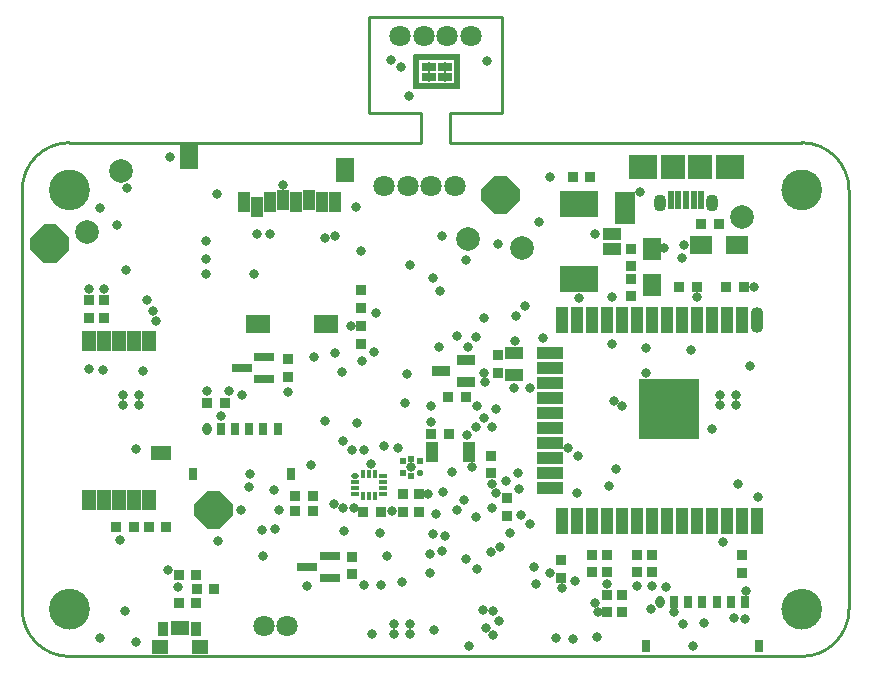
<source format=gts>
G04 Layer_Color=8388736*
%FSLAX42Y42*%
%MOMM*%
G71*
G01*
G75*
%ADD50C,0.25*%
%ADD107R,1.70X0.80*%
%ADD108R,0.90X0.90*%
%ADD109R,0.90X0.90*%
%ADD110R,1.35X1.20*%
%ADD111R,1.60X1.30*%
%ADD112R,0.90X1.30*%
%ADD113R,1.35X1.20*%
%ADD114R,2.00X1.60*%
%ADD115R,1.60X2.10*%
%ADD116R,1.00X1.70*%
%ADD117R,1.50X1.00*%
%ADD118R,1.50X1.00*%
%ADD119R,3.20X2.30*%
%ADD120R,1.20X1.80*%
%ADD121R,1.80X1.20*%
%ADD122O,0.68X0.45*%
%ADD123R,0.68X0.45*%
%ADD124R,0.45X0.68*%
%ADD125R,0.55X0.50*%
%ADD126R,0.50X0.55*%
G04:AMPARAMS|DCode=127|XSize=0.55mm|YSize=0.5mm|CornerRadius=0.18mm|HoleSize=0mm|Usage=FLASHONLY|Rotation=270.000|XOffset=0mm|YOffset=0mm|HoleType=Round|Shape=RoundedRectangle|*
%AMROUNDEDRECTD127*
21,1,0.55,0.15,0,0,270.0*
21,1,0.20,0.50,0,0,270.0*
1,1,0.35,-0.07,-0.10*
1,1,0.35,-0.07,0.10*
1,1,0.35,0.07,0.10*
1,1,0.35,0.07,-0.10*
%
%ADD127ROUNDEDRECTD127*%
%ADD128R,2.39X2.10*%
%ADD129R,2.00X2.10*%
%ADD130R,0.60X1.55*%
%ADD131R,1.50X1.10*%
%ADD132R,1.10X1.80*%
%ADD133R,1.60X1.85*%
%ADD134R,1.85X1.60*%
%ADD135R,0.80X1.05*%
%ADD136O,0.80X1.05*%
%ADD137R,5.20X5.20*%
%ADD138R,1.10X2.20*%
%ADD139R,2.20X1.10*%
%ADD140O,1.10X2.20*%
%ADD141R,1.70X2.70*%
%ADD142R,0.55X3.00*%
%ADD143R,4.00X0.55*%
%ADD144R,1.15X0.65*%
%ADD145R,1.50X0.97*%
%ADD146C,2.00*%
%ADD147C,0.80*%
%ADD148C,3.40*%
%ADD149C,1.80*%
%ADD150C,0.20*%
%ADD151O,1.10X1.45*%
G36*
X1382Y888D02*
Y788D01*
X1270Y675D01*
X1170D01*
X1057Y788D01*
Y888D01*
X1170Y1000D01*
X1270D01*
X1382Y888D01*
D02*
G37*
G36*
X-5Y3145D02*
Y3045D01*
X-117Y2933D01*
X-217D01*
X-330Y3045D01*
Y3145D01*
X-217Y3258D01*
X-117D01*
X-5Y3145D01*
D02*
G37*
G36*
X3812Y3560D02*
Y3460D01*
X3700Y3347D01*
X3600D01*
X3488Y3460D01*
Y3560D01*
X3600Y3672D01*
X3700D01*
X3812Y3560D01*
D02*
G37*
D50*
X6360Y0D02*
G03*
X6360Y0I-160J0D01*
G01*
Y3550D02*
G03*
X6360Y3550I-160J0D01*
G01*
X160D02*
G03*
X160Y3550I-160J0D01*
G01*
Y0D02*
G03*
X160Y0I-160J0D01*
G01*
X6600Y3550D02*
G03*
X6200Y3950I-400J0D01*
G01*
X0D02*
G03*
X-400Y3550I0J-400D01*
G01*
Y0D02*
G03*
X0Y-400I400J0D01*
G01*
X6200D02*
G03*
X6600Y0I0J400D01*
G01*
X5350Y3950D02*
X5600D01*
X3225D02*
X5350D01*
X5350D02*
X5350Y3950D01*
X2974Y4199D02*
X2975D01*
X2974Y4200D02*
X2974Y4199D01*
X2541Y4200D02*
X2974D01*
X2975Y3950D02*
Y4199D01*
X2975Y3950D02*
X2975Y3950D01*
X5600D02*
X6200D01*
X600Y3950D02*
X2975D01*
X0Y3950D02*
X600Y3950D01*
X6600Y0D02*
Y3550D01*
X-400Y0D02*
Y3550D01*
X0Y-400D02*
X6200D01*
X3225Y3950D02*
Y4200D01*
X2540Y4199D02*
Y5015D01*
X3660D01*
Y4200D02*
Y5015D01*
X3225Y4200D02*
X3660D01*
X2541Y4200D02*
X2541Y4200D01*
D107*
X2015Y358D02*
D03*
X2205Y453D02*
D03*
Y262D02*
D03*
X1457Y2043D02*
D03*
X1647Y2138D02*
D03*
Y1948D02*
D03*
D108*
X1850Y1970D02*
D03*
Y2120D02*
D03*
X2392Y295D02*
D03*
Y445D02*
D03*
X3573Y1301D02*
D03*
Y1151D02*
D03*
X4758Y2650D02*
D03*
Y2800D02*
D03*
X5694Y310D02*
D03*
Y460D02*
D03*
X4675Y124D02*
D03*
Y-26D02*
D03*
X4551Y124D02*
D03*
Y-26D02*
D03*
X4932Y312D02*
D03*
Y462D02*
D03*
X4805Y312D02*
D03*
Y462D02*
D03*
X4552Y312D02*
D03*
Y462D02*
D03*
X4425Y312D02*
D03*
Y462D02*
D03*
X4162Y415D02*
D03*
Y265D02*
D03*
X163Y2615D02*
D03*
Y2465D02*
D03*
X2471Y2248D02*
D03*
Y2398D02*
D03*
X2471Y2702D02*
D03*
Y2552D02*
D03*
X3626Y2001D02*
D03*
Y2151D02*
D03*
X2825Y975D02*
D03*
Y825D02*
D03*
X2962Y825D02*
D03*
Y975D02*
D03*
X4758Y3052D02*
D03*
Y2902D02*
D03*
X3705Y790D02*
D03*
Y940D02*
D03*
X291Y2615D02*
D03*
Y2465D02*
D03*
D109*
X1912Y832D02*
D03*
X2062D02*
D03*
X1912Y957D02*
D03*
X2062D02*
D03*
X1077Y173D02*
D03*
X1227D02*
D03*
X4410Y3661D02*
D03*
X4260D02*
D03*
X5310Y2730D02*
D03*
X5160D02*
D03*
X3205Y1795D02*
D03*
X3355D02*
D03*
X5708Y2730D02*
D03*
X5558D02*
D03*
X544Y700D02*
D03*
X394D02*
D03*
X1075Y50D02*
D03*
X925D02*
D03*
X820Y700D02*
D03*
X670D02*
D03*
X1313Y1748D02*
D03*
X1163D02*
D03*
X925Y289D02*
D03*
X1075D02*
D03*
X2488Y825D02*
D03*
X2638D02*
D03*
X3065Y1480D02*
D03*
X3215D02*
D03*
X5351Y3265D02*
D03*
X5501D02*
D03*
D110*
X1107Y-320D02*
D03*
D111*
X935Y-155D02*
D03*
D112*
X1075Y-170D02*
D03*
X795D02*
D03*
D113*
X770Y-320D02*
D03*
D114*
X2169Y2415D02*
D03*
X1600D02*
D03*
D115*
X2329Y3715D02*
D03*
X1014Y3829D02*
D03*
D116*
X2250Y3445D02*
D03*
X2140D02*
D03*
X2030Y3464D02*
D03*
X1920Y3445D02*
D03*
X1810Y3464D02*
D03*
X1700Y3445D02*
D03*
X1590Y3404D02*
D03*
X1480Y3445D02*
D03*
D117*
X4590Y3176D02*
D03*
D118*
Y3051D02*
D03*
D119*
X4315Y3431D02*
D03*
Y2796D02*
D03*
D120*
X671Y2275D02*
D03*
X544D02*
D03*
X417D02*
D03*
X290D02*
D03*
X163D02*
D03*
X671Y925D02*
D03*
X544D02*
D03*
X417D02*
D03*
X290D02*
D03*
X163D02*
D03*
D121*
X771Y1325D02*
D03*
D122*
X2421Y1125D02*
D03*
D123*
Y1075D02*
D03*
Y1025D02*
D03*
Y975D02*
D03*
X2654D02*
D03*
Y1025D02*
D03*
Y1075D02*
D03*
Y1125D02*
D03*
D124*
X2488Y959D02*
D03*
X2538D02*
D03*
X2588D02*
D03*
Y1141D02*
D03*
X2538D02*
D03*
X2488D02*
D03*
D125*
X2895Y1126D02*
D03*
Y1276D02*
D03*
D126*
X2820Y1151D02*
D03*
Y1251D02*
D03*
X2970D02*
D03*
D127*
Y1151D02*
D03*
D128*
X4852Y3743D02*
D03*
X5591D02*
D03*
D129*
X5336D02*
D03*
X5106D02*
D03*
D130*
X5351Y3463D02*
D03*
X5286D02*
D03*
X5221D02*
D03*
X5156D02*
D03*
X5091D02*
D03*
D131*
X3766Y2171D02*
D03*
Y1981D02*
D03*
D132*
X3383Y1330D02*
D03*
X3073D02*
D03*
D133*
X4933Y3052D02*
D03*
Y2747D02*
D03*
D134*
X5350Y3085D02*
D03*
X5655D02*
D03*
D135*
X4884Y-315D02*
D03*
X5834D02*
D03*
X5719Y63D02*
D03*
X5479D02*
D03*
X5359D02*
D03*
X5239D02*
D03*
X5119D02*
D03*
X5599D02*
D03*
X1282Y1526D02*
D03*
X1402D02*
D03*
X1523D02*
D03*
X1642D02*
D03*
X1762D02*
D03*
X1877Y1149D02*
D03*
X1048D02*
D03*
D136*
X4999Y63D02*
D03*
X1162Y1526D02*
D03*
D137*
X5072Y1695D02*
D03*
D138*
X5822Y745D02*
D03*
X5695D02*
D03*
X5568D02*
D03*
X5441D02*
D03*
X5314D02*
D03*
X5187D02*
D03*
X5060D02*
D03*
X4933D02*
D03*
X4806D02*
D03*
X4679D02*
D03*
X4552D02*
D03*
X4425D02*
D03*
X4298D02*
D03*
X4171D02*
D03*
Y2445D02*
D03*
X4298D02*
D03*
X4425D02*
D03*
X4552D02*
D03*
X4679D02*
D03*
X4806D02*
D03*
X4933D02*
D03*
X5060D02*
D03*
X5187D02*
D03*
X5314D02*
D03*
X5441D02*
D03*
X5568D02*
D03*
X5695D02*
D03*
D139*
X4071Y1024D02*
D03*
Y1151D02*
D03*
Y1278D02*
D03*
Y1405D02*
D03*
Y1532D02*
D03*
Y1659D02*
D03*
Y1786D02*
D03*
Y1913D02*
D03*
Y2040D02*
D03*
Y2167D02*
D03*
D140*
X5822Y2445D02*
D03*
D141*
X4700Y3400D02*
D03*
D142*
X3283Y4550D02*
D03*
X2938D02*
D03*
D143*
X3111Y4672D02*
D03*
Y4427D02*
D03*
D144*
X3178Y4592D02*
D03*
X3043D02*
D03*
X3178Y4507D02*
D03*
X3043D02*
D03*
D145*
X3145Y2017D02*
D03*
X3355Y2112D02*
D03*
Y1923D02*
D03*
D146*
X5692Y3320D02*
D03*
X145Y3190D02*
D03*
X3370Y3133D02*
D03*
X3830Y3061D02*
D03*
X435Y3712D02*
D03*
D147*
X750Y-305D02*
D03*
X1120D02*
D03*
X5310Y2640D02*
D03*
X2167Y1593D02*
D03*
X3354Y2960D02*
D03*
X2817Y228D02*
D03*
X5535Y568D02*
D03*
X2780Y1363D02*
D03*
X4225Y1362D02*
D03*
X3824Y794D02*
D03*
X3900Y725D02*
D03*
X4450Y55D02*
D03*
X5510Y1729D02*
D03*
X1737Y678D02*
D03*
X1626Y671D02*
D03*
X5645Y1729D02*
D03*
X5205Y3085D02*
D03*
X5183Y2975D02*
D03*
X488Y3570D02*
D03*
X3152Y3160D02*
D03*
X4283Y242D02*
D03*
X4167Y177D02*
D03*
X470Y-13D02*
D03*
X430Y585D02*
D03*
X4925Y3D02*
D03*
X5792Y2730D02*
D03*
X3510Y2002D02*
D03*
X4471Y-26D02*
D03*
X3278Y2317D02*
D03*
X565Y1360D02*
D03*
X2430Y3405D02*
D03*
X3583Y-220D02*
D03*
X5645Y1814D02*
D03*
X2748Y-129D02*
D03*
X2883D02*
D03*
Y-214D02*
D03*
X586Y1814D02*
D03*
X3442Y778D02*
D03*
X2685Y447D02*
D03*
X1635D02*
D03*
X1260Y580D02*
D03*
X835Y333D02*
D03*
X3033Y975D02*
D03*
X3065Y1585D02*
D03*
X4260Y-250D02*
D03*
X4116Y-245D02*
D03*
X2575Y2177D02*
D03*
X255Y-242D02*
D03*
X2473Y2103D02*
D03*
X2248Y2167D02*
D03*
X2383Y2398D02*
D03*
X1532Y1148D02*
D03*
X1162Y1845D02*
D03*
X290Y2712D02*
D03*
X162Y2708D02*
D03*
X2070Y2138D02*
D03*
X1248Y3515D02*
D03*
X1160Y3115D02*
D03*
Y2837D02*
D03*
Y2965D02*
D03*
X850Y3830D02*
D03*
X1565Y2837D02*
D03*
X1810Y3592D02*
D03*
X476Y2872D02*
D03*
X923Y185D02*
D03*
X1733Y1007D02*
D03*
X2042Y1223D02*
D03*
X562Y-278D02*
D03*
X1282Y1633D02*
D03*
X2872Y4343D02*
D03*
X3537Y4641D02*
D03*
X2721Y4648D02*
D03*
X2811Y4588D02*
D03*
X3043Y4507D02*
D03*
Y4592D02*
D03*
X3178Y4507D02*
D03*
Y4592D02*
D03*
X4883Y2208D02*
D03*
X4610Y1760D02*
D03*
X4595Y2244D02*
D03*
X4597Y2642D02*
D03*
X4005Y2295D02*
D03*
X3855Y2570D02*
D03*
X3780Y2480D02*
D03*
X3773Y2268D02*
D03*
X3765Y1877D02*
D03*
X3125Y2220D02*
D03*
X4072Y3662D02*
D03*
X4447Y3177D02*
D03*
X3445Y2308D02*
D03*
X3135Y2690D02*
D03*
X3375Y2220D02*
D03*
X2167Y3140D02*
D03*
X3610Y1692D02*
D03*
X3523Y-163D02*
D03*
X3635Y-100D02*
D03*
X1453Y838D02*
D03*
X3508Y1620D02*
D03*
X2845Y1745D02*
D03*
X405Y3252D02*
D03*
X658Y2618D02*
D03*
X4306Y1301D02*
D03*
X4682Y1719D02*
D03*
X2854Y1993D02*
D03*
X3507Y2467D02*
D03*
X3578Y1545D02*
D03*
X5719Y-79D02*
D03*
X4932Y199D02*
D03*
X5048Y192D02*
D03*
X4805Y200D02*
D03*
X2434Y1574D02*
D03*
X4552Y216D02*
D03*
X2881Y2917D02*
D03*
X3356Y426D02*
D03*
X3450Y342D02*
D03*
X2599Y2504D02*
D03*
X4311Y2636D02*
D03*
X3065Y1720D02*
D03*
X3439Y1546D02*
D03*
X1517Y1032D02*
D03*
X1777Y841D02*
D03*
X3369Y1479D02*
D03*
X3343Y921D02*
D03*
X3411Y1200D02*
D03*
X3239Y1161D02*
D03*
X5766Y2055D02*
D03*
X3079Y2806D02*
D03*
X262Y3399D02*
D03*
X4830Y3533D02*
D03*
X2733Y835D02*
D03*
X4298Y984D02*
D03*
X2310Y2010D02*
D03*
X2630Y645D02*
D03*
X2392Y1352D02*
D03*
X2659Y1385D02*
D03*
X2552Y1227D02*
D03*
X2312Y1420D02*
D03*
X2497Y1349D02*
D03*
X3900Y1877D02*
D03*
X3165Y993D02*
D03*
X2890Y1207D02*
D03*
X3692Y1084D02*
D03*
X3795Y1150D02*
D03*
X3728Y643D02*
D03*
X3578Y1060D02*
D03*
X3580Y858D02*
D03*
X3280Y840D02*
D03*
X4065Y303D02*
D03*
X3565Y488D02*
D03*
X3644Y530D02*
D03*
X3933Y358D02*
D03*
X3948Y210D02*
D03*
X2640Y208D02*
D03*
X3100Y805D02*
D03*
X5510Y1814D02*
D03*
X2465Y3030D02*
D03*
X1700Y3175D02*
D03*
X1590Y3173D02*
D03*
X2250Y3160D02*
D03*
X586Y1729D02*
D03*
X451D02*
D03*
X735Y2439D02*
D03*
X704Y2526D02*
D03*
X3805Y1018D02*
D03*
X3612Y985D02*
D03*
X4463Y-235D02*
D03*
X3972Y3278D02*
D03*
X3522Y1923D02*
D03*
X3450Y1720D02*
D03*
X3628Y3090D02*
D03*
X285Y2023D02*
D03*
X163Y2030D02*
D03*
X625Y2015D02*
D03*
X5275Y-312D02*
D03*
X5197Y-123D02*
D03*
X5372Y-120D02*
D03*
X5658Y1060D02*
D03*
X451Y1814D02*
D03*
X5442Y1530D02*
D03*
X2561Y-214D02*
D03*
X2490Y203D02*
D03*
X3179Y624D02*
D03*
X3080Y638D02*
D03*
X3150Y490D02*
D03*
X3053Y465D02*
D03*
X3055Y305D02*
D03*
X2328Y658D02*
D03*
X2241Y895D02*
D03*
X2405Y855D02*
D03*
X2319Y860D02*
D03*
X1457Y1810D02*
D03*
X1850Y1840D02*
D03*
X2015Y195D02*
D03*
X1350Y1850D02*
D03*
X5030Y3055D02*
D03*
X5265Y2198D02*
D03*
X5730Y158D02*
D03*
X5828Y948D02*
D03*
X4880Y2002D02*
D03*
X3090Y-180D02*
D03*
X5625Y-73D02*
D03*
X5117Y-25D02*
D03*
X3380Y-308D02*
D03*
X2748Y-214D02*
D03*
X3497Y-5D02*
D03*
X3588Y-18D02*
D03*
X4565Y1040D02*
D03*
X4630Y1190D02*
D03*
D148*
X6200Y0D02*
D03*
X6200Y3550D02*
D03*
X0Y3550D02*
D03*
Y0D02*
D03*
D149*
X1649Y-140D02*
D03*
X1839D02*
D03*
X2662Y3584D02*
D03*
X2862D02*
D03*
X3062D02*
D03*
X3262D02*
D03*
X3399Y4852D02*
D03*
X3199D02*
D03*
X2999D02*
D03*
X2799D02*
D03*
D150*
X5639Y3743D02*
D03*
X4804D02*
D03*
D151*
X5444Y3438D02*
D03*
X4999D02*
D03*
M02*

</source>
